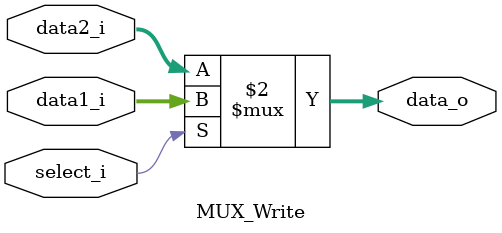
<source format=v>
module MUX_Write(
    data1_i,
    data2_i,
    select_i,
    data_o
);

input	[31:0]	data1_i, data2_i;
input			select_i;
output	[31:0]	data_o;

assign	data_o = (select_i == 1'b1)?	data1_i : data2_i;

endmodule
</source>
